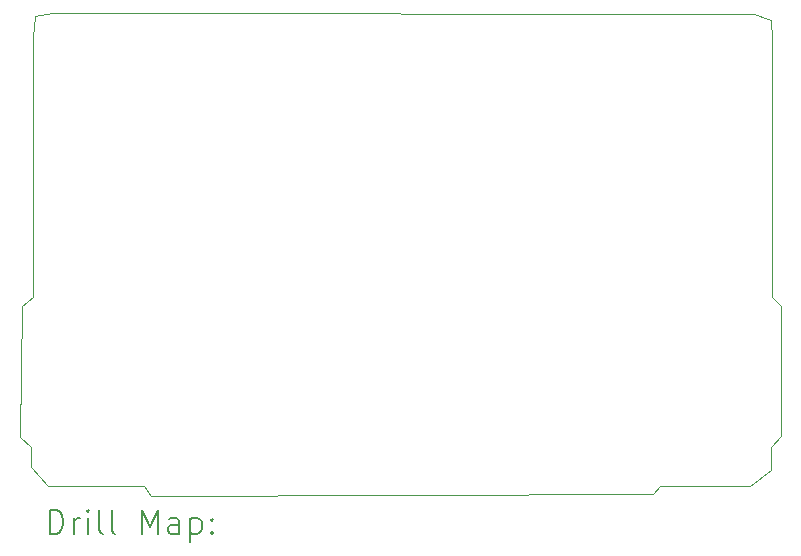
<source format=gbr>
%TF.GenerationSoftware,KiCad,Pcbnew,7.0.9*%
%TF.CreationDate,2024-02-16T19:17:03-08:00*%
%TF.ProjectId,DC32_Cassette_SAO,44433332-5f43-4617-9373-657474655f53,rev?*%
%TF.SameCoordinates,Original*%
%TF.FileFunction,Drillmap*%
%TF.FilePolarity,Positive*%
%FSLAX45Y45*%
G04 Gerber Fmt 4.5, Leading zero omitted, Abs format (unit mm)*
G04 Created by KiCad (PCBNEW 7.0.9) date 2024-02-16 19:17:03*
%MOMM*%
%LPD*%
G01*
G04 APERTURE LIST*
%ADD10C,0.100000*%
%ADD11C,0.200000*%
G04 APERTURE END LIST*
D10*
X17130000Y-12030000D02*
X17190000Y-11960000D01*
X12820000Y-11960000D02*
X12880000Y-12050000D01*
X18130000Y-11630000D02*
X18220000Y-11540000D01*
X18130000Y-8020000D02*
X17990000Y-7970000D01*
X17990000Y-7970000D02*
X12040000Y-7960000D01*
X18140000Y-8180000D02*
X18130000Y-8020000D01*
X11790000Y-10440000D02*
X11880000Y-10360000D01*
X18220000Y-11540000D02*
X18220000Y-10440000D01*
X18140000Y-10360000D02*
X18140000Y-8180000D01*
X11870000Y-11630000D02*
X11870000Y-11800000D01*
X12880000Y-12050000D02*
X17130000Y-12030000D01*
X11900000Y-7980000D02*
X12040000Y-7960000D01*
X11770000Y-11550000D02*
X11870000Y-11630000D01*
X11880000Y-8160000D02*
X11880000Y-10360000D01*
X18130000Y-11830000D02*
X18130000Y-11630000D01*
X12010000Y-11960000D02*
X12820000Y-11960000D01*
X17190000Y-11960000D02*
X17950000Y-11960000D01*
X11790000Y-10440000D02*
X11770000Y-11550000D01*
X12010000Y-11960000D02*
X11870000Y-11800000D01*
X11880000Y-8160000D02*
X11900000Y-7980000D01*
X18220000Y-10440000D02*
X18140000Y-10360000D01*
X17950000Y-11960000D02*
X18130000Y-11830000D01*
D11*
X12025777Y-12366484D02*
X12025777Y-12166484D01*
X12025777Y-12166484D02*
X12073396Y-12166484D01*
X12073396Y-12166484D02*
X12101967Y-12176008D01*
X12101967Y-12176008D02*
X12121015Y-12195055D01*
X12121015Y-12195055D02*
X12130539Y-12214103D01*
X12130539Y-12214103D02*
X12140062Y-12252198D01*
X12140062Y-12252198D02*
X12140062Y-12280769D01*
X12140062Y-12280769D02*
X12130539Y-12318865D01*
X12130539Y-12318865D02*
X12121015Y-12337912D01*
X12121015Y-12337912D02*
X12101967Y-12356960D01*
X12101967Y-12356960D02*
X12073396Y-12366484D01*
X12073396Y-12366484D02*
X12025777Y-12366484D01*
X12225777Y-12366484D02*
X12225777Y-12233150D01*
X12225777Y-12271246D02*
X12235301Y-12252198D01*
X12235301Y-12252198D02*
X12244824Y-12242674D01*
X12244824Y-12242674D02*
X12263872Y-12233150D01*
X12263872Y-12233150D02*
X12282920Y-12233150D01*
X12349586Y-12366484D02*
X12349586Y-12233150D01*
X12349586Y-12166484D02*
X12340062Y-12176008D01*
X12340062Y-12176008D02*
X12349586Y-12185531D01*
X12349586Y-12185531D02*
X12359110Y-12176008D01*
X12359110Y-12176008D02*
X12349586Y-12166484D01*
X12349586Y-12166484D02*
X12349586Y-12185531D01*
X12473396Y-12366484D02*
X12454348Y-12356960D01*
X12454348Y-12356960D02*
X12444824Y-12337912D01*
X12444824Y-12337912D02*
X12444824Y-12166484D01*
X12578158Y-12366484D02*
X12559110Y-12356960D01*
X12559110Y-12356960D02*
X12549586Y-12337912D01*
X12549586Y-12337912D02*
X12549586Y-12166484D01*
X12806729Y-12366484D02*
X12806729Y-12166484D01*
X12806729Y-12166484D02*
X12873396Y-12309341D01*
X12873396Y-12309341D02*
X12940062Y-12166484D01*
X12940062Y-12166484D02*
X12940062Y-12366484D01*
X13121015Y-12366484D02*
X13121015Y-12261722D01*
X13121015Y-12261722D02*
X13111491Y-12242674D01*
X13111491Y-12242674D02*
X13092443Y-12233150D01*
X13092443Y-12233150D02*
X13054348Y-12233150D01*
X13054348Y-12233150D02*
X13035301Y-12242674D01*
X13121015Y-12356960D02*
X13101967Y-12366484D01*
X13101967Y-12366484D02*
X13054348Y-12366484D01*
X13054348Y-12366484D02*
X13035301Y-12356960D01*
X13035301Y-12356960D02*
X13025777Y-12337912D01*
X13025777Y-12337912D02*
X13025777Y-12318865D01*
X13025777Y-12318865D02*
X13035301Y-12299817D01*
X13035301Y-12299817D02*
X13054348Y-12290293D01*
X13054348Y-12290293D02*
X13101967Y-12290293D01*
X13101967Y-12290293D02*
X13121015Y-12280769D01*
X13216253Y-12233150D02*
X13216253Y-12433150D01*
X13216253Y-12242674D02*
X13235301Y-12233150D01*
X13235301Y-12233150D02*
X13273396Y-12233150D01*
X13273396Y-12233150D02*
X13292443Y-12242674D01*
X13292443Y-12242674D02*
X13301967Y-12252198D01*
X13301967Y-12252198D02*
X13311491Y-12271246D01*
X13311491Y-12271246D02*
X13311491Y-12328388D01*
X13311491Y-12328388D02*
X13301967Y-12347436D01*
X13301967Y-12347436D02*
X13292443Y-12356960D01*
X13292443Y-12356960D02*
X13273396Y-12366484D01*
X13273396Y-12366484D02*
X13235301Y-12366484D01*
X13235301Y-12366484D02*
X13216253Y-12356960D01*
X13397205Y-12347436D02*
X13406729Y-12356960D01*
X13406729Y-12356960D02*
X13397205Y-12366484D01*
X13397205Y-12366484D02*
X13387682Y-12356960D01*
X13387682Y-12356960D02*
X13397205Y-12347436D01*
X13397205Y-12347436D02*
X13397205Y-12366484D01*
X13397205Y-12242674D02*
X13406729Y-12252198D01*
X13406729Y-12252198D02*
X13397205Y-12261722D01*
X13397205Y-12261722D02*
X13387682Y-12252198D01*
X13387682Y-12252198D02*
X13397205Y-12242674D01*
X13397205Y-12242674D02*
X13397205Y-12261722D01*
M02*

</source>
